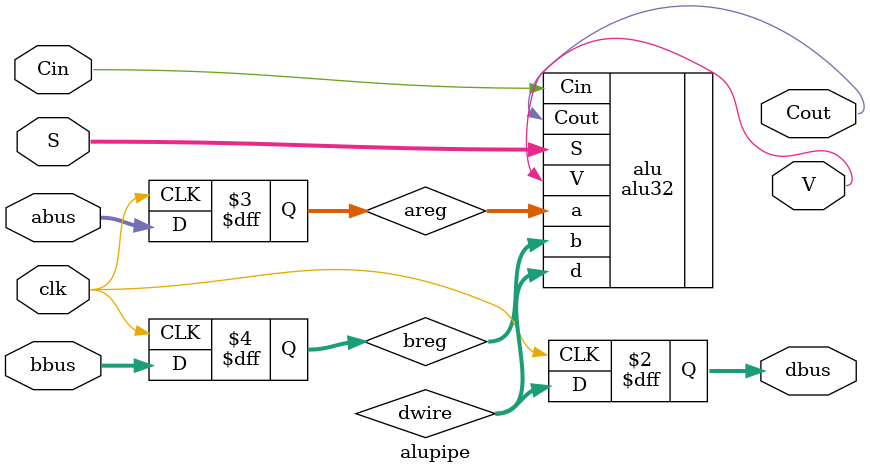
<source format=v>
`timescale 1ns / 10ps 

module alupipe(S, abus, bbus, clk, Cin, dbus, Cout, V);

	output reg [31:0] dbus; //The output/answer
	output Cout, V;
	input[31:0] abus, bbus; //Operands
	input Cin, clk; //Initial carry in and clock
	input [2:0] S; //Operation select signal

	wire [31:0] dwire;
	reg [31:0] areg, breg;
	
		
	alu32 alu(
		.d(dwire),
		.a(areg),
		.b(breg),
		.Cin(Cin),
		.Cout(Cout),
		.V(V),
		.S(S)
	);
	
always @ (posedge clk)
begin
	areg = abus;
	breg = bbus;
	dbus = dwire;
end	

endmodule
</source>
